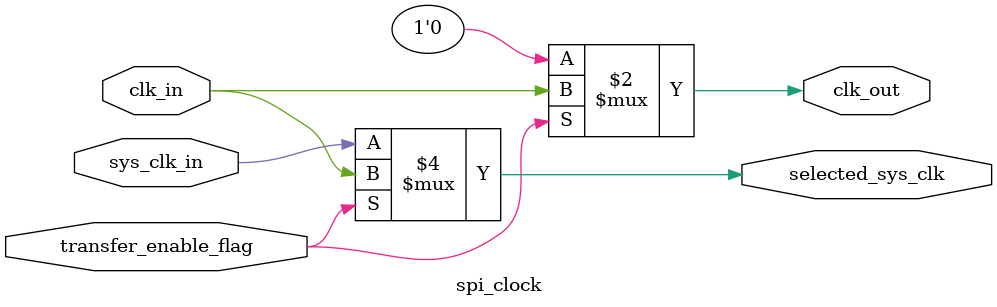
<source format=v>
`timescale 1ns / 1ps

module spi_clock(
// spi_clk_in,  // 外部からのSPIクロック入力
sys_clk_in,
clk_in,
transfer_enable_flag,        // クロックを制御するフラグ
clk_out,
selected_sys_clk
);

// input			spi_clk_in;
input			clk_in;
input           sys_clk_in;
input			transfer_enable_flag;
output wire		clk_out;
output wire    selected_sys_clk;

assign clk_out = (transfer_enable_flag == 1'b1) ? clk_in : 1'b0;
assign selected_sys_clk = (transfer_enable_flag == 1'b1) ? clk_in : sys_clk_in;
endmodule



</source>
